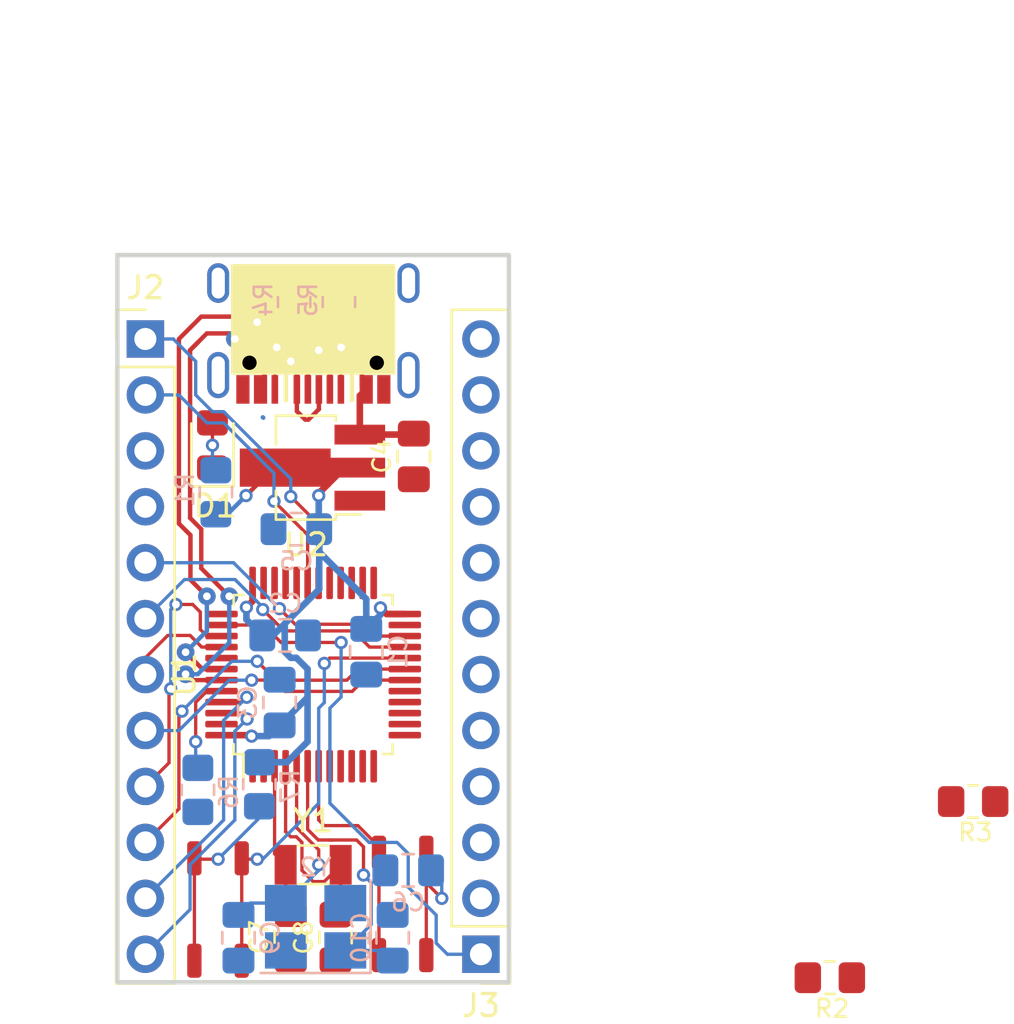
<source format=kicad_pcb>
(kicad_pcb (version 20211014) (generator pcbnew)
  (layers (0 "F.Cu" signal) (31 "B.Cu" signal) (34 "B.Paste" user) (35 "F.Paste" user) (36 "B.SilkS" user "B.Silkscreen") (37 "F.SilkS" user "F.Silkscreen") (38 "B.Mask" user) (39 "F.Mask" user) (44 "Edge.Cuts" user))
  (net 0 "")
  (net 1 "+3V3")
  (net 2 "GND")
  (net 3 "+5V")
  (net 4 "Net-(C6-Pad1)")
  (net 5 "DM")
  (net 6 "DP")
  (net 7 "Net-(J1-Pad5)")
  (net 8 "Net-(J1-Pad6)")
  (net 9 "1{slash}UART_TX")
  (net 10 "0{slash}UART_RX")
  (net 11 "2{slash}I2C_SDA")
  (net 12 "3{slash}I2C_SCL")
  (net 13 "4{slash}A6")
  (net 14 "5")
  (net 15 "6{slash}A7")
  (net 16 "7")
  (net 17 "8{slash}A8")
  (net 18 "9{slash}A9")
  (net 19 "10{slash}A10")
  (net 20 "16{slash}SPI_MOSI")
  (net 21 "14{slash}SPI_MISO")
  (net 22 "15{slash}SPI_SCK")
  (net 23 "18{slash}A0")
  (net 24 "19{slash}A1")
  (net 25 "20{slash}A2")
  (net 26 "21{slash}A3")
  (net 29 "RST")
  (net 30 "Net-(R3-Pad2)")
  (net 31 "Net-(SW2-Pad2)")
  (net 32 "Net-(R6-Pad1)")
  (net 33 "Net-(D1-Pad2)")
  (net 34 "Net-(R7-Pad2)")
  (net 46 "Net-(C7-Pad1)")
  (net 47 "Net-(C8-Pad1)")
  (net 48 "Net-(C9-Pad1)")
  (net 49 "Net-(C10-Pad1)")
  (footprint "$74th:Register_0805_2012" (layer "F.Cu") (at 132.455 132.715)
    (fp_text reference "R2" (at 0 1.5 180) (layer "F.SilkS") (effects (font (size 0.8 0.8) (thickness 0.12))))
    (fp_text value "10k")
    (pad "1" smd roundrect (at -1.1 0.1) (size 1.2 1.4) (layers "F.Cu" "F.Paste" "F.Mask") (roundrect_rratio 0.208333) (net 4 "Net-(C6-Pad1)"))
    (pad "2" smd roundrect (at 0.9 0.1) (size 1.2 1.4) (layers "F.Cu" "F.Paste" "F.Mask") (roundrect_rratio 0.208333) (net 2 "GND"))
  )
  (footprint "$74th:Register_0805_2012" (layer "F.Cu") (at 138.965 124.715)
    (fp_text reference "R3" (at 0 1.5 180) (layer "F.SilkS") (effects (font (size 0.8 0.8) (thickness 0.12))))
    (fp_text value "0")
    (pad "1" smd roundrect (at -1.1 0.1) (size 1.2 1.4) (layers "F.Cu" "F.Paste" "F.Mask") (roundrect_rratio 0.208333) (net 1 "+3V3"))
    (pad "2" smd roundrect (at 0.9 0.1) (size 1.2 1.4) (layers "F.Cu" "F.Paste" "F.Mask") (roundrect_rratio 0.208333) (net 30 "Net-(R3-Pad2)"))
  )
  (footprint "$74th:SKRPABE010" (layer "F.Cu") (at 112.954 129.464 -90)
    (fp_text reference "SW1")
    (fp_text value "SW_Push")
    (pad "1" smd roundrect (at 2.325 -1.075 270) (size 1.55 0.65) (layers "F.Cu" "F.Paste" "F.Mask") (net 4 "Net-(C6-Pad1)"))
    (pad "1" smd roundrect (at -2.325 -1.075 270) (size 1.55 0.65) (layers "F.Cu" "F.Paste" "F.Mask") (net 4 "Net-(C6-Pad1)"))
    (pad "2" smd roundrect (at 2.325 1.075 270) (size 1.55 0.65) (layers "F.Cu" "F.Paste" "F.Mask") (net 29 "RST"))
    (pad "2" smd roundrect (at -2.325 1.075 270) (size 1.55 0.65) (layers "F.Cu" "F.Paste" "F.Mask") (net 29 "RST"))
  )
  (footprint "$74th:SKRPABE010" (layer "F.Cu") (at 104.572 129.718 90)
    (fp_text reference "SW2")
    (fp_text value "SW_Push")
    (pad "1" smd roundrect (at 2.325 -1.075 90) (size 1.55 0.65) (layers "F.Cu" "F.Paste" "F.Mask") (net 34 "Net-(R7-Pad2)"))
    (pad "1" smd roundrect (at -2.325 -1.075 90) (size 1.55 0.65) (layers "F.Cu" "F.Paste" "F.Mask") (net 34 "Net-(R7-Pad2)"))
    (pad "2" smd roundrect (at -2.325 1.075 90) (size 1.55 0.65) (layers "F.Cu" "F.Paste" "F.Mask") (net 31 "Net-(SW2-Pad2)"))
    (pad "2" smd roundrect (at 2.325 1.075 90) (size 1.55 0.65) (layers "F.Cu" "F.Paste" "F.Mask") (net 31 "Net-(SW2-Pad2)"))
  )
  (footprint "$74th:LED_0805_2012Metric_Pad1.15x1.40mm_HandSolder" (layer "F.Cu") (at 104.318 108.645 90)
    (fp_text reference "D1" (at -2.7432 0.127 180) (layer "F.SilkS"))
    (fp_text value "LED")
    (pad "1" smd roundrect (at -1.025 0 90) (size 1.15 1.4) (layers "F.Cu" "F.Paste" "F.Mask") (roundrect_rratio 0.217391) (net 2 "GND"))
    (pad "2" smd roundrect (at 1.025 0 90) (size 1.15 1.4) (layers "F.Cu" "F.Paste" "F.Mask") (roundrect_rratio 0.217391) (net 33 "Net-(D1-Pad2)"))
  )
  (footprint "Connector_PinHeader_2.54mm:PinHeader_1x12_P2.54mm_Vertical" (layer "F.Cu") (at 101.27 103.81)
    (fp_text reference "J2" (at 0 -2.33) (layer "F.SilkS"))
    (fp_text value "ProMicro-LeftPin")
    (pad "1" thru_hole rect (at 0 0) (size 1.7 1.7) (drill 1) (layers *.Cu *.Mask) (net 9 "1{slash}UART_TX"))
    (pad "2" thru_hole oval (at 0 2.54) (size 1.7 1.7) (drill 1) (layers *.Cu *.Mask) (net 10 "0{slash}UART_RX"))
    (pad "3" thru_hole oval (at 0 5.08) (size 1.7 1.7) (drill 1) (layers *.Cu *.Mask) (net 2 "GND"))
    (pad "4" thru_hole oval (at 0 7.62) (size 1.7 1.7) (drill 1) (layers *.Cu *.Mask) (net 2 "GND"))
    (pad "5" thru_hole oval (at 0 10.16) (size 1.7 1.7) (drill 1) (layers *.Cu *.Mask) (net 11 "2{slash}I2C_SDA"))
    (pad "6" thru_hole oval (at 0 12.7) (size 1.7 1.7) (drill 1) (layers *.Cu *.Mask) (net 12 "3{slash}I2C_SCL"))
    (pad "7" thru_hole oval (at 0 15.24) (size 1.7 1.7) (drill 1) (layers *.Cu *.Mask) (net 13 "4{slash}A6"))
    (pad "8" thru_hole oval (at 0 17.78) (size 1.7 1.7) (drill 1) (layers *.Cu *.Mask) (net 14 "5"))
    (pad "9" thru_hole oval (at 0 20.32) (size 1.7 1.7) (drill 1) (layers *.Cu *.Mask) (net 15 "6{slash}A7"))
    (pad "10" thru_hole oval (at 0 22.86) (size 1.7 1.7) (drill 1) (layers *.Cu *.Mask) (net 16 "7"))
    (pad "11" thru_hole oval (at 0 25.4) (size 1.7 1.7) (drill 1) (layers *.Cu *.Mask) (net 17 "8{slash}A8"))
    (pad "12" thru_hole oval (at 0 27.94) (size 1.7 1.7) (drill 1) (layers *.Cu *.Mask) (net 18 "9{slash}A9"))
  )
  (footprint "$74th:Capacitor_0805_2012" (layer "F.Cu") (at 109.906 130.988 -90)
    (fp_text reference "C8" (at 0 1.45 90) (layer "F.SilkS") (effects (font (size 0.8 0.8) (thickness 0.12))))
    (fp_text value "12p")
    (pad "1" smd roundrect (at -1.0375 0 270) (size 1.175 1.45) (layers "F.Cu" "F.Paste" "F.Mask") (roundrect_rratio 0.212766) (net 47 "Net-(C8-Pad1)"))
    (pad "2" smd roundrect (at 1.0375 0 270) (size 1.175 1.45) (layers "F.Cu" "F.Paste" "F.Mask") (roundrect_rratio 0.212766) (net 2 "GND"))
  )
  (footprint "$74th:Capacitor_0805_2012" (layer "F.Cu") (at 107.874 130.9625 -90)
    (fp_text reference "C7" (at 0 1.45 90) (layer "F.SilkS") (effects (font (size 0.8 0.8) (thickness 0.12))))
    (fp_text value "12p")
    (pad "1" smd roundrect (at -1.0375 0 270) (size 1.175 1.45) (layers "F.Cu" "F.Paste" "F.Mask") (roundrect_rratio 0.212766) (net 46 "Net-(C7-Pad1)"))
    (pad "2" smd roundrect (at 1.0375 0 270) (size 1.175 1.45) (layers "F.Cu" "F.Paste" "F.Mask") (roundrect_rratio 0.212766) (net 2 "GND"))
  )
  (footprint "Package_QFP:LQFP-48_7x7mm_P0.5mm" (layer "F.Cu") (at 108.89 119.05 90)
    (fp_text reference "U1" (at 0 -5.85 90) (layer "F.SilkS"))
    (fp_text value "CH32V203CxT6")
    (pad "1" smd roundrect (at -4.1625 -2.75 90) (size 1.475 0.3) (layers "F.Cu" "F.Paste" "F.Mask"))
    (pad "2" smd roundrect (at -4.1625 -2.25 90) (size 1.475 0.3) (layers "F.Cu" "F.Paste" "F.Mask"))
    (pad "3" smd roundrect (at -4.1625 -1.75 90) (size 1.475 0.3) (layers "F.Cu" "F.Paste" "F.Mask") (net 46 "Net-(C7-Pad1)"))
    (pad "4" smd roundrect (at -4.1625 -1.25 90) (size 1.475 0.3) (layers "F.Cu" "F.Paste" "F.Mask") (net 47 "Net-(C8-Pad1)"))
    (pad "5" smd roundrect (at -4.1625 -0.75 90) (size 1.475 0.3) (layers "F.Cu" "F.Paste" "F.Mask") (net 48 "Net-(C9-Pad1)"))
    (pad "6" smd roundrect (at -4.1625 -0.25 90) (size 1.475 0.3) (layers "F.Cu" "F.Paste" "F.Mask") (net 49 "Net-(C10-Pad1)"))
    (pad "7" smd roundrect (at -4.1625 0.25 90) (size 1.475 0.3) (layers "F.Cu" "F.Paste" "F.Mask") (net 29 "RST"))
    (pad "8" smd roundrect (at -4.1625 0.75 90) (size 1.475 0.3) (layers "F.Cu" "F.Paste" "F.Mask") (net 2 "GND"))
    (pad "9" smd roundrect (at -4.1625 1.25 90) (size 1.475 0.3) (layers "F.Cu" "F.Paste" "F.Mask") (net 30 "Net-(R3-Pad2)"))
    (pad "10" smd roundrect (at -4.1625 1.75 90) (size 1.475 0.3) (layers "F.Cu" "F.Paste" "F.Mask") (net 23 "18{slash}A0"))
    (pad "11" smd roundrect (at -4.1625 2.25 90) (size 1.475 0.3) (layers "F.Cu" "F.Paste" "F.Mask") (net 24 "19{slash}A1"))
    (pad "12" smd roundrect (at -4.1625 2.75 90) (size 1.475 0.3) (layers "F.Cu" "F.Paste" "F.Mask") (net 25 "20{slash}A2"))
    (pad "13" smd roundrect (at -2.75 4.1625 90) (size 0.3 1.475) (layers "F.Cu" "F.Paste" "F.Mask") (net 26 "21{slash}A3"))
    (pad "14" smd roundrect (at -2.25 4.1625 90) (size 0.3 1.475) (layers "F.Cu" "F.Paste" "F.Mask"))
    (pad "15" smd roundrect (at -1.75 4.1625 90) (size 0.3 1.475) (layers "F.Cu" "F.Paste" "F.Mask") (net 22 "15{slash}SPI_SCK"))
    (pad "16" smd roundrect (at -1.25 4.1625 90) (size 0.3 1.475) (layers "F.Cu" "F.Paste" "F.Mask") (net 21 "14{slash}SPI_MISO"))
    (pad "17" smd roundrect (at -0.75 4.1625 90) (size 0.3 1.475) (layers "F.Cu" "F.Paste" "F.Mask") (net 20 "16{slash}SPI_MOSI"))
    (pad "18" smd roundrect (at -0.25 4.1625 90) (size 0.3 1.475) (layers "F.Cu" "F.Paste" "F.Mask") (net 14 "5"))
    (pad "19" smd roundrect (at 0.25 4.1625 90) (size 0.3 1.475) (layers "F.Cu" "F.Paste" "F.Mask") (net 16 "7"))
    (pad "20" smd roundrect (at 0.75 4.1625 90) (size 0.3 1.475) (layers "F.Cu" "F.Paste" "F.Mask") (net 31 "Net-(SW2-Pad2)"))
    (pad "21" smd roundrect (at 1.25 4.1625 90) (size 0.3 1.475) (layers "F.Cu" "F.Paste" "F.Mask") (net 12 "3{slash}I2C_SCL"))
    (pad "22" smd roundrect (at 1.75 4.1625 90) (size 0.3 1.475) (layers "F.Cu" "F.Paste" "F.Mask") (net 11 "2{slash}I2C_SDA"))
    (pad "23" smd roundrect (at 2.25 4.1625 90) (size 0.3 1.475) (layers "F.Cu" "F.Paste" "F.Mask") (net 2 "GND"))
    (pad "24" smd roundrect (at 2.75 4.1625 90) (size 0.3 1.475) (layers "F.Cu" "F.Paste" "F.Mask") (net 1 "+3V3"))
    (pad "25" smd roundrect (at 4.1625 2.75 90) (size 1.475 0.3) (layers "F.Cu" "F.Paste" "F.Mask"))
    (pad "26" smd roundrect (at 4.1625 2.25 90) (size 1.475 0.3) (layers "F.Cu" "F.Paste" "F.Mask"))
    (pad "27" smd roundrect (at 4.1625 1.75 90) (size 1.475 0.3) (layers "F.Cu" "F.Paste" "F.Mask"))
    (pad "28" smd roundrect (at 4.1625 1.25 90) (size 1.475 0.3) (layers "F.Cu" "F.Paste" "F.Mask"))
    (pad "29" smd roundrect (at 4.1625 0.75 90) (size 1.475 0.3) (layers "F.Cu" "F.Paste" "F.Mask"))
    (pad "30" smd roundrect (at 4.1625 0.25 90) (size 1.475 0.3) (layers "F.Cu" "F.Paste" "F.Mask") (net 9 "1{slash}UART_TX"))
    (pad "31" smd roundrect (at 4.1625 -0.25 90) (size 1.475 0.3) (layers "F.Cu" "F.Paste" "F.Mask") (net 10 "0{slash}UART_RX"))
    (pad "32" smd roundrect (at 4.1625 -0.75 90) (size 1.475 0.3) (layers "F.Cu" "F.Paste" "F.Mask"))
    (pad "33" smd roundrect (at 4.1625 -1.25 90) (size 1.475 0.3) (layers "F.Cu" "F.Paste" "F.Mask"))
    (pad "34" smd roundrect (at 4.1625 -1.75 90) (size 1.475 0.3) (layers "F.Cu" "F.Paste" "F.Mask"))
    (pad "35" smd roundrect (at 4.1625 -2.25 90) (size 1.475 0.3) (layers "F.Cu" "F.Paste" "F.Mask") (net 2 "GND"))
    (pad "36" smd roundrect (at 4.1625 -2.75 90) (size 1.475 0.3) (layers "F.Cu" "F.Paste" "F.Mask") (net 1 "+3V3"))
    (pad "37" smd roundrect (at 2.75 -4.1625 90) (size 0.3 1.475) (layers "F.Cu" "F.Paste" "F.Mask"))
    (pad "38" smd roundrect (at 2.25 -4.1625 90) (size 0.3 1.475) (layers "F.Cu" "F.Paste" "F.Mask") (net 19 "10{slash}A10"))
    (pad "39" smd roundrect (at 1.75 -4.1625 90) (size 0.3 1.475) (layers "F.Cu" "F.Paste" "F.Mask") (net 15 "6{slash}A7"))
    (pad "40" smd roundrect (at 1.25 -4.1625 90) (size 0.3 1.475) (layers "F.Cu" "F.Paste" "F.Mask") (net 13 "4{slash}A6"))
    (pad "41" smd roundrect (at 0.75 -4.1625 90) (size 0.3 1.475) (layers "F.Cu" "F.Paste" "F.Mask"))
    (pad "42" smd roundrect (at 0.25 -4.1625 90) (size 0.3 1.475) (layers "F.Cu" "F.Paste" "F.Mask") (net 5 "DM"))
    (pad "43" smd roundrect (at -0.25 -4.1625 90) (size 0.3 1.475) (layers "F.Cu" "F.Paste" "F.Mask") (net 6 "DP"))
    (pad "44" smd roundrect (at -0.75 -4.1625 90) (size 0.3 1.475) (layers "F.Cu" "F.Paste" "F.Mask") (net 32 "Net-(R6-Pad1)"))
    (pad "45" smd roundrect (at -1.25 -4.1625 90) (size 0.3 1.475) (layers "F.Cu" "F.Paste" "F.Mask") (net 17 "8{slash}A8"))
    (pad "46" smd roundrect (at -1.75 -4.1625 90) (size 0.3 1.475) (layers "F.Cu" "F.Paste" "F.Mask") (net 18 "9{slash}A9"))
    (pad "47" smd roundrect (at -2.25 -4.1625 90) (size 0.3 1.475) (layers "F.Cu" "F.Paste" "F.Mask") (net 2 "GND"))
    (pad "48" smd roundrect (at -2.75 -4.1625 90) (size 0.3 1.475) (layers "F.Cu" "F.Paste" "F.Mask") (net 1 "+3V3"))
  )
  (footprint "Crystal:Crystal_SMD_3215-2Pin_3.2x1.5mm" (layer "F.Cu") (at 108.89 127.686)
    (fp_text reference "Y1" (at 0 -2) (layer "F.SilkS"))
    (fp_text value "32.768k")
    (pad "1" smd rect (at 1.25 0) (size 1 1.8) (layers "F.Cu" "F.Paste" "F.Mask") (net 47 "Net-(C8-Pad1)"))
    (pad "2" smd rect (at -1.25 0) (size 1 1.8) (layers "F.Cu" "F.Paste" "F.Mask") (net 46 "Net-(C7-Pad1)"))
  )
  (footprint "Package_TO_SOT_SMD:SOT-89-3_Handsoldering" (layer "F.Cu") (at 108.8595 109.652 180)
    (fp_text reference "U2" (at 0.3 -3.5) (layer "F.SilkS"))
    (fp_text value "AMS1117-3.3")
    (pad "1" smd rect locked (at -2.15 -1.5 180) (size 2.3 0.9) (layers "F.Cu" "F.Paste" "F.Mask") (net 2 "GND"))
    (pad "2" smd custom locked (at -2.0625 0 180) (size 2.475 0.9) (layers "F.Cu" "F.Paste" "F.Mask") (net 1 "+3V3") (options (clearance outline) (anchor rect)) (primitives (gr_poly (pts (xy 5.3625 0.8665) (xy 1.2375 0.8665) (xy 1.2375 -0.8665) (xy 5.3625 -0.8665)) (width 0) (fill yes))))
    (pad "3" smd rect locked (at -2.15 1.5 180) (size 2.3 0.9) (layers "F.Cu" "F.Paste" "F.Mask") (net 3 "+5V"))
  )
  (footprint "$74th:USB-C-12-Pin-SMD" (layer "F.Cu") (at 108.89 101.27 180)
    (fp_text reference "J1" hide)
    (fp_text value "USB2.0_C_v3")
    (pad "" thru_hole oval (at 4.31 0) (size 1 1.8) (drill oval 0.6 1.4) (layers *.Cu *.Mask))
    (pad "" np_thru_hole circle (at 2.89 -3.62) (size 0.65 0.65) (drill 0.65) (layers *.Mask))
    (pad "" thru_hole oval (at -4.33 0) (size 1 1.8) (drill oval 0.6 1.4) (layers *.Cu *.Mask))
    (pad "" thru_hole oval (at -4.33 -4.18) (size 1 2.1) (drill oval 0.6 1.7) (layers *.Cu *.Mask))
    (pad "" thru_hole oval (at 4.31 -4.18) (size 1 2.1) (drill oval 0.6 1.7) (layers *.Cu *.Mask))
    (pad "" np_thru_hole circle (at -2.89 -3.62) (size 0.65 0.65) (drill 0.65) (layers *.Mask))
    (pad "1" smd rect (at 2.39 -4.83) (size 0.6 1.3) (layers "F.Cu" "F.Paste" "F.Mask") (net 3 "+5V"))
    (pad "1" smd rect (at -2.41 -4.83) (size 0.6 1.3) (layers "F.Cu" "F.Paste" "F.Mask") (net 3 "+5V"))
    (pad "2" smd rect (at -0.76 -4.83) (size 0.3 1.3) (layers "F.Cu" "F.Paste" "F.Mask") (net 5 "DM"))
    (pad "2" smd rect (at 0.24 -4.83) (size 0.3 1.3) (layers "F.Cu" "F.Paste" "F.Mask") (net 5 "DM"))
    (pad "3" smd rect (at 0.74 -4.83) (size 0.3 1.3) (layers "F.Cu" "F.Paste" "F.Mask") (net 6 "DP"))
    (pad "3" smd rect (at -0.26 -4.83) (size 0.3 1.3) (layers "F.Cu" "F.Paste" "F.Mask") (net 6 "DP"))
    (pad "4" smd rect (at -3.21 -4.83) (size 0.6 1.3) (layers "F.Cu" "F.Paste" "F.Mask") (net 2 "GND"))
    (pad "4" smd rect (at 3.19 -4.83) (size 0.6 1.3) (layers "F.Cu" "F.Paste" "F.Mask") (net 2 "GND"))
    (pad "5" smd rect (at -1.26 -4.83) (size 0.3 1.3) (layers "F.Cu" "F.Paste" "F.Mask") (net 7 "Net-(J1-Pad5)"))
    (pad "6" smd rect (at 1.74 -4.83) (size 0.3 1.3) (layers "F.Cu" "F.Paste" "F.Mask") (net 8 "Net-(J1-Pad6)"))
  )
  (footprint "Connector_PinHeader_2.54mm:PinHeader_1x12_P2.54mm_Vertical" (layer "F.Cu") (at 116.51 131.75 180)
    (fp_text reference "J3" (at 0 -2.33) (layer "F.SilkS"))
    (fp_text value "ProMicro-RightPin")
    (pad "1" thru_hole rect (at 0 0 180) (size 1.7 1.7) (drill 1) (layers *.Cu *.Mask) (net 19 "10{slash}A10"))
    (pad "2" thru_hole oval (at 0 2.54 180) (size 1.7 1.7) (drill 1) (layers *.Cu *.Mask) (net 20 "16{slash}SPI_MOSI"))
    (pad "3" thru_hole oval (at 0 5.08 180) (size 1.7 1.7) (drill 1) (layers *.Cu *.Mask) (net 21 "14{slash}SPI_MISO"))
    (pad "4" thru_hole oval (at 0 7.62 180) (size 1.7 1.7) (drill 1) (layers *.Cu *.Mask) (net 22 "15{slash}SPI_SCK"))
    (pad "5" thru_hole oval (at 0 10.16 180) (size 1.7 1.7) (drill 1) (layers *.Cu *.Mask) (net 23 "18{slash}A0"))
    (pad "6" thru_hole oval (at 0 12.7 180) (size 1.7 1.7) (drill 1) (layers *.Cu *.Mask) (net 24 "19{slash}A1"))
    (pad "7" thru_hole oval (at 0 15.24 180) (size 1.7 1.7) (drill 1) (layers *.Cu *.Mask) (net 25 "20{slash}A2"))
    (pad "8" thru_hole oval (at 0 17.78 180) (size 1.7 1.7) (drill 1) (layers *.Cu *.Mask) (net 26 "21{slash}A3"))
    (pad "9" thru_hole oval (at 0 20.32 180) (size 1.7 1.7) (drill 1) (layers *.Cu *.Mask) (net 1 "+3V3"))
    (pad "10" thru_hole oval (at 0 22.86 180) (size 1.7 1.7) (drill 1) (layers *.Cu *.Mask) (net 29 "RST"))
    (pad "11" thru_hole oval (at 0 25.4 180) (size 1.7 1.7) (drill 1) (layers *.Cu *.Mask) (net 2 "GND"))
    (pad "12" thru_hole oval (at 0 27.94 180) (size 1.7 1.7) (drill 1) (layers *.Cu *.Mask) (net 3 "+5V"))
  )
  (footprint "$74th:Capacitor_0805_2012" (layer "F.Cu") (at 113.462 109.144 -90)
    (fp_text reference "C4" (at 0 1.45 90) (layer "F.SilkS") (effects (font (size 0.8 0.8) (thickness 0.12))))
    (fp_text value "10u")
    (pad "1" smd roundrect (at -1.0375 0 270) (size 1.175 1.45) (layers "F.Cu" "F.Paste" "F.Mask") (roundrect_rratio 0.212766) (net 3 "+5V"))
    (pad "2" smd roundrect (at 1.0375 0 270) (size 1.175 1.45) (layers "F.Cu" "F.Paste" "F.Mask") (roundrect_rratio 0.212766) (net 2 "GND"))
  )
  (footprint "$74th:Capacitor_0805_2012" (layer "B.Cu") (at 112.5 131 90)
    (fp_text reference "C10" (at 0 -1.45 90) (layer "B.SilkS") (effects (font (size 0.8 0.8) (thickness 0.12)) (justify mirror)))
    (fp_text value "22p")
    (pad "1" smd roundrect (at -1.0375 0 90) (size 1.175 1.45) (layers "B.Cu" "B.Paste" "B.Mask") (roundrect_rratio 0.212766) (net 49 "Net-(C10-Pad1)"))
    (pad "2" smd roundrect (at 1.0375 0 90) (size 1.175 1.45) (layers "B.Cu" "B.Paste" "B.Mask") (roundrect_rratio 0.212766) (net 2 "GND"))
  )
  (footprint "$74th:Capacitor_0805_2012" (layer "B.Cu") (at 108.128 112.446 180)
    (fp_text reference "C5" (at 0 -1.45) (layer "B.SilkS") (effects (font (size 0.8 0.8) (thickness 0.12)) (justify mirror)))
    (fp_text value "2.2u")
    (pad "1" smd roundrect (at -1.0375 0 180) (size 1.175 1.45) (layers "B.Cu" "B.Paste" "B.Mask") (roundrect_rratio 0.212766) (net 1 "+3V3"))
    (pad "2" smd roundrect (at 1.0375 0 180) (size 1.175 1.45) (layers "B.Cu" "B.Paste" "B.Mask") (roundrect_rratio 0.212766) (net 2 "GND"))
  )
  (footprint "$74th:Register_0805_2012" (layer "B.Cu") (at 110.16 102.032 90)
    (fp_text reference "R5" (at 0 -1.5 90) (layer "B.SilkS") (effects (font (size 0.8 0.8) (thickness 0.12)) (justify mirror)))
    (fp_text value "5.1k")
    (pad "1" smd roundrect (at -1.1 -0.1 90) (size 1.2 1.4) (layers "B.Cu" "B.Paste" "B.Mask") (roundrect_rratio 0.208333) (net 7 "Net-(J1-Pad5)"))
    (pad "2" smd roundrect (at 0.9 -0.1 90) (size 1.2 1.4) (layers "B.Cu" "B.Paste" "B.Mask") (roundrect_rratio 0.208333) (net 2 "GND"))
  )
  (footprint "$74th:Capacitor_0805_2012" (layer "B.Cu") (at 113.208 127.94 180)
    (fp_text reference "C6" (at 0 -1.45) (layer "B.SilkS") (effects (font (size 0.8 0.8) (thickness 0.12)) (justify mirror)))
    (fp_text value "100n")
    (pad "1" smd roundrect (at -1.0375 0 180) (size 1.175 1.45) (layers "B.Cu" "B.Paste" "B.Mask") (roundrect_rratio 0.212766) (net 4 "Net-(C6-Pad1)"))
    (pad "2" smd roundrect (at 1.0375 0 180) (size 1.175 1.45) (layers "B.Cu" "B.Paste" "B.Mask") (roundrect_rratio 0.212766) (net 2 "GND"))
  )
  (footprint "$74th:Register_0805_2012" (layer "B.Cu") (at 108.128 102.032 90)
    (fp_text reference "R4" (at 0 -1.5 90) (layer "B.SilkS") (effects (font (size 0.8 0.8) (thickness 0.12)) (justify mirror)))
    (fp_text value "5.1k")
    (pad "1" smd roundrect (at -1.1 -0.1 90) (size 1.2 1.4) (layers "B.Cu" "B.Paste" "B.Mask") (roundrect_rratio 0.208333) (net 8 "Net-(J1-Pad6)"))
    (pad "2" smd roundrect (at 0.9 -0.1 90) (size 1.2 1.4) (layers "B.Cu" "B.Paste" "B.Mask") (roundrect_rratio 0.208333) (net 2 "GND"))
  )
  (footprint "$74th:Crystal_SMD_3225-4Pin_3.2x2.5mm_HandSoldering" (layer "B.Cu") (at 109 130.5 180)
    (fp_text reference "Y2" (at 0 2.7) (layer "B.SilkS") (effects (font (size 0.8 0.8) (thickness 0.12)) (justify mirror)))
    (fp_text value "Crystal_GND24")
    (pad "1" smd rect (at -1.35 -1.075 180) (size 1.9 1.65) (layers "B.Cu" "B.Paste" "B.Mask") (net 49 "Net-(C10-Pad1)"))
    (pad "2" smd rect (at 1.35 -1.075 180) (size 1.9 1.65) (layers "B.Cu" "B.Paste" "B.Mask") (net 2 "GND"))
    (pad "3" smd rect (at 1.35 1.075 180) (size 1.9 1.65) (layers "B.Cu" "B.Paste" "B.Mask") (net 48 "Net-(C9-Pad1)"))
    (pad "4" smd rect (at -1.35 1.075 180) (size 1.9 1.65) (layers "B.Cu" "B.Paste" "B.Mask") (net 2 "GND"))
  )
  (footprint "$74th:Register_0805_2012" (layer "B.Cu") (at 104.572 110.668 90)
    (fp_text reference "R1" (at 0 -1.5 90) (layer "B.SilkS") (effects (font (size 0.8 0.8) (thickness 0.12)) (justify mirror)))
    (fp_text value "200")
    (pad "1" smd roundrect (at -1.1 -0.1 90) (size 1.2 1.4) (layers "B.Cu" "B.Paste" "B.Mask") (roundrect_rratio 0.208333) (net 1 "+3V3"))
    (pad "2" smd roundrect (at 0.9 -0.1 90) (size 1.2 1.4) (layers "B.Cu" "B.Paste" "B.Mask") (roundrect_rratio 0.208333) (net 33 "Net-(D1-Pad2)"))
  )
  (footprint "$74th:Capacitor_0805_2012" (layer "B.Cu") (at 105.5 131 -90)
    (fp_text reference "C9" (at 0 -1.45 90) (layer "B.SilkS") (effects (font (size 0.8 0.8) (thickness 0.12)) (justify mirror)))
    (fp_text value "22p")
    (pad "1" smd roundrect (at -1.0375 0 270) (size 1.175 1.45) (layers "B.Cu" "B.Paste" "B.Mask") (roundrect_rratio 0.212766) (net 48 "Net-(C9-Pad1)"))
    (pad "2" smd roundrect (at 1.0375 0 270) (size 1.175 1.45) (layers "B.Cu" "B.Paste" "B.Mask") (roundrect_rratio 0.212766) (net 2 "GND"))
  )
  (footprint "$74th:Register_0805_2012" (layer "B.Cu") (at 106.35 124.13 -90)
    (fp_text reference "R7" (at 0 -1.5 90) (layer "B.SilkS") (effects (font (size 0.8 0.8) (thickness 0.12)) (justify mirror)))
    (fp_text value "10k")
    (pad "1" smd roundrect (at -1.1 -0.1 270) (size 1.2 1.4) (layers "B.Cu" "B.Paste" "B.Mask") (roundrect_rratio 0.208333) (net 1 "+3V3"))
    (pad "2" smd roundrect (at 0.9 -0.1 270) (size 1.2 1.4) (layers "B.Cu" "B.Paste" "B.Mask") (roundrect_rratio 0.208333) (net 34 "Net-(R7-Pad2)"))
  )
  (footprint "$74th:Capacitor_0805_2012" (layer "B.Cu") (at 107.366 120.32 90)
    (fp_text reference "C3" (at 0 -1.45 90) (layer "B.SilkS") (effects (font (size 0.8 0.8) (thickness 0.12)) (justify mirror)))
    (fp_text value "100n")
    (pad "1" smd roundrect (at -1.0375 0 90) (size 1.175 1.45) (layers "B.Cu" "B.Paste" "B.Mask") (roundrect_rratio 0.212766) (net 1 "+3V3"))
    (pad "2" smd roundrect (at 1.0375 0 90) (size 1.175 1.45) (layers "B.Cu" "B.Paste" "B.Mask") (roundrect_rratio 0.212766) (net 2 "GND"))
  )
  (footprint "$74th:Capacitor_0805_2012" (layer "B.Cu") (at 107.62 117.272)
    (fp_text reference "C2" (at 0 -1.45) (layer "B.SilkS") (effects (font (size 0.8 0.8) (thickness 0.12)) (justify mirror)))
    (fp_text value "100n")
    (pad "1" smd roundrect (at -1.0375 0) (size 1.175 1.45) (layers "B.Cu" "B.Paste" "B.Mask") (roundrect_rratio 0.212766) (net 1 "+3V3"))
    (pad "2" smd roundrect (at 1.0375 0) (size 1.175 1.45) (layers "B.Cu" "B.Paste" "B.Mask") (roundrect_rratio 0.212766) (net 2 "GND"))
  )
  (footprint "$74th:Register_0805_2012" (layer "B.Cu") (at 103.556 124.384 -90)
    (fp_text reference "R6" (at 0 -1.5 90) (layer "B.SilkS") (effects (font (size 0.8 0.8) (thickness 0.12)) (justify mirror)))
    (fp_text value "10k")
    (pad "1" smd roundrect (at -1.1 -0.1 270) (size 1.2 1.4) (layers "B.Cu" "B.Paste" "B.Mask") (roundrect_rratio 0.208333) (net 32 "Net-(R6-Pad1)"))
    (pad "2" smd roundrect (at 0.9 -0.1 270) (size 1.2 1.4) (layers "B.Cu" "B.Paste" "B.Mask") (roundrect_rratio 0.208333) (net 2 "GND"))
  )
  (footprint "$74th:Capacitor_0805_2012" (layer "B.Cu") (at 111.303 118.0125 -90)
    (fp_text reference "C1" (at 0 -1.45 90) (layer "B.SilkS") (effects (font (size 0.8 0.8) (thickness 0.12)) (justify mirror)))
    (fp_text value "100n")
    (pad "1" smd roundrect (at -1.0375 0 270) (size 1.175 1.45) (layers "B.Cu" "B.Paste" "B.Mask") (roundrect_rratio 0.212766) (net 1 "+3V3"))
    (pad "2" smd roundrect (at 1.0375 0 270) (size 1.175 1.45) (layers "B.Cu" "B.Paste" "B.Mask") (roundrect_rratio 0.212766) (net 2 "GND"))
  )
  (gr_rect (start 100 100) (end 117.78 133.02) (layer "Edge.Cuts") (width 0.2) (fill none))
  (segment (start 104.7275 121.8) (end 106.052 121.8) (width 0.3) (layer "F.Cu") (net 1))
  (segment (start 106.14 115.713307) (end 106.14 114.8875) (width 0.3) (layer "F.Cu") (net 1))
  (segment (start 105.86037 115.992937) (end 106.14 115.713307) (width 0.3) (layer "F.Cu") (net 1))
  (segment (start 107.112 109.652) (end 110.922 109.652) (width 0.2) (layer "F.Cu") (net 1))
  (segment (start 112.226693 116.3) (end 111.947063 116.02037) (width 0.3) (layer "F.Cu") (net 1))
  (segment (start 109.144 110.922) (end 109.144 110.818478) (width 0.3) (layer "F.Cu") (net 1))
  (segment (start 106.052 121.8) (end 106.096 121.844) (width 0.3) (layer "F.Cu") (net 1))
  (segment (start 110.922 109.652) (end 109.906 109.652) (width 0.3) (layer "F.Cu") (net 1))
  (segment (start 109.144 110.818478) (end 110.310478 109.652) (width 0.3) (layer "F.Cu") (net 1))
  (segment (start 105.842 110.922) (end 107.112 109.652) (width 0.2) (layer "F.Cu") (net 1))
  (segment (start 110.310478 109.652) (end 110.922 109.652) (width 0.3) (layer "F.Cu") (net 1))
  (segment (start 113.0525 116.3) (end 112.226693 116.3) (width 0.3) (layer "F.Cu") (net 1))
  (via (at 109.144 110.922) (size 0.6) (drill 0.35) (layers "F.Cu" "B.Cu") (net 1))
  (via (at 105.86037 115.992937) (size 0.6) (drill 0.35) (layers "F.Cu" "B.Cu") (net 1))
  (via (at 106.096 121.844) (size 0.6) (drill 0.35) (layers "F.Cu" "B.Cu") (net 1))
  (via (at 105.842 110.922) (size 0.6) (drill 0.35) (layers "F.Cu" "B.Cu") (net 1))
  (via (at 111.947063 116.02037) (size 0.6) (drill 0.35) (layers "F.Cu" "B.Cu") (net 1))
  (segment (start 108.636 120.0875) (end 108.636 118.796) (width 0.3) (layer "B.Cu") (net 1))
  (segment (start 109.1655 113.4835) (end 111.303 115.621) (width 0.3) (layer "B.Cu") (net 1))
  (segment (start 105.86037 116.54987) (end 106.5825 117.272) (width 0.3) (layer "B.Cu") (net 1))
  (segment (start 106.8795 121.844) (end 107.366 121.3575) (width 0.3) (layer "B.Cu") (net 1))
  (segment (start 108.636 120.0875) (end 108.636 122.098) (width 0.3) (layer "B.Cu") (net 1))
  (segment (start 108.636 118.796) (end 108.128 118.288) (width 0.3) (layer "B.Cu") (net 1))
  (segment (start 109.144 110.922) (end 109.144 112.1705) (width 0.3) (layer "B.Cu") (net 1))
  (segment (start 107.366 121.3575) (end 107.366 121.082) (width 0.3) (layer "B.Cu") (net 1))
  (segment (start 107.597931 118.011931) (end 107.597931 116.741931) (width 0.3) (layer "B.Cu") (net 1))
  (segment (start 106.096 121.844) (end 106.8795 121.844) (width 0.3) (layer "B.Cu") (net 1))
  (segment (start 108.128 118.288) (end 107.874 118.288) (width 0.3) (layer "B.Cu") (net 1))
  (segment (start 107.366 121.3575) (end 108.636 120.0875) (width 0.3) (layer "B.Cu") (net 1))
  (segment (start 108.636 122.098) (end 107.704 123.03) (width 0.3) (layer "B.Cu") (net 1))
  (segment (start 109.1655 112.446) (end 109.1655 113.4835) (width 0.3) (layer "B.Cu") (net 1))
  (segment (start 104.996 111.768) (end 105.842 110.922) (width 0.2) (layer "B.Cu") (net 1))
  (segment (start 105.86037 115.992937) (end 105.86037 116.54987) (width 0.3) (layer "B.Cu") (net 1))
  (segment (start 111.947063 116.02037) (end 111.947063 116.330937) (width 0.3) (layer "B.Cu") (net 1))
  (segment (start 107.874 118.288) (end 107.597931 118.011931) (width 0.3) (layer "B.Cu") (net 1))
  (segment (start 109.1655 112.446) (end 109.1655 115.174362) (width 0.3) (layer "B.Cu") (net 1))
  (segment (start 111.303 115.621) (end 111.303 116.975) (width 0.3) (layer "B.Cu") (net 1))
  (segment (start 111.947063 116.330937) (end 111.303 116.975) (width 0.3) (layer "B.Cu") (net 1))
  (segment (start 109.1655 115.174362) (end 107.597931 116.741931) (width 0.3) (layer "B.Cu") (net 1))
  (segment (start 104.472 111.768) (end 104.996 111.768) (width 0.2) (layer "B.Cu") (net 1))
  (segment (start 107.597931 116.741931) (end 107.067862 117.272) (width 0.3) (layer "B.Cu") (net 1))
  (segment (start 107.067862 117.272) (end 106.5825 117.272) (width 0.3) (layer "B.Cu") (net 1))
  (segment (start 107.704 123.03) (end 106.45 123.03) (width 0.3) (layer "B.Cu") (net 1))
  (segment (start 111.3 106.1) (end 111.105479 105.905479) (width 0.2) (layer "F.Cu") (net 3))
  (segment (start 111.0095 108.152) (end 113.4165 108.152) (width 0.3) (layer "F.Cu") (net 3))
  (segment (start 106.674521 103.978352) (end 106.674521 105.925479) (width 0.2) (layer "F.Cu") (net 3))
  (segment (start 113.4165 108.152) (end 113.462 108.1065) (width 0.3) (layer "F.Cu") (net 3))
  (segment (start 110.287 103.302) (end 107.350873 103.302) (width 0.2) (layer "F.Cu") (net 3))
  (segment (start 106.5 106.1) (end 106.689489 105.910511) (width 0.2) (layer "F.Cu") (net 3))
  (segment (start 111.105479 104.120479) (end 110.287 103.302) (width 0.2) (layer "F.Cu") (net 3))
  (segment (start 111.105479 105.905479) (end 111.105479 104.120479) (width 0.2) (layer "F.Cu") (net 3))
  (segment (start 111.0095 108.152) (end 111.0095 106.3905) (width 0.3) (layer "F.Cu") (net 3))
  (segment (start 107.350873 103.302) (end 106.674521 103.978352) (width 0.2) (layer "F.Cu") (net 3))
  (segment (start 111.0095 106.3905) (end 111.3 106.1) (width 0.3) (layer "F.Cu") (net 3))
  (segment (start 106.6255 107.3875) (end 106.604 107.366) (width 0.2) (layer "B.Cu") (net 3))
  (segment (start 114.029 127.139) (end 114.029 128.507) (width 0.15) (layer "F.Cu") (net 4))
  (segment (start 114.029 128.507) (end 114.732 129.21) (width 0.15) (layer "F.Cu") (net 4))
  (segment (start 114.029 131.789) (end 114.029 127.139) (width 0.15) (layer "F.Cu") (net 4))
  (via (at 114.732 129.21) (size 0.6) (drill 0.35) (layers "F.Cu" "B.Cu") (net 4))
  (segment (start 114.732 129.21) (end 114.732 128.4265) (width 0.15) (layer "B.Cu") (net 4))
  (segment (start 114.732 128.4265) (end 114.2455 127.94) (width 0.15) (layer "B.Cu") (net 4))
  (segment (start 103.31848 114.74848) (end 104.064 115.494) (width 0.2) (layer "F.Cu") (net 5))
  (segment (start 108.65 105.200978) (end 108.65 106.1) (width 0.2) (layer "F.Cu") (net 5))
  (segment (start 109.65 105.200978) (end 109.529022 105.08) (width 0.2) (layer "F.Cu") (net 5))
  (segment (start 102.794 112.192) (end 103.31848 112.71648) (width 0.2) (layer "F.Cu") (net 5))
  (segment (start 108.770978 105.08) (end 108.65 105.200978) (width 0.2) (layer "F.Cu") (net 5))
  (segment (start 106.096 102.794) (end 103.81 102.794) (width 0.2) (layer "F.Cu") (net 5))
  (segment (start 106.35 103.048) (end 106.096 102.794) (width 0.2) (layer "F.Cu") (net 5))
  (segment (start 102.794 103.81) (end 102.794 112.192) (width 0.2) (layer "F.Cu") (net 5))
  (segment (start 109.144 104.318) (end 109.65 104.824) (width 0.2) (layer "F.Cu") (net 5))
  (segment (start 103.863622 118.8) (end 104.7275 118.8) (width 0.2) (layer "F.Cu") (net 5))
  (segment (start 109.65 104.824) (end 109.65 106.1) (width 0.2) (layer "F.Cu") (net 5))
  (segment (start 109.65 106.1) (end 109.65 105.200978) (width 0.2) (layer "F.Cu") (net 5))
  (segment (start 109.529022 105.08) (end 108.770978 105.08) (width 0.2) (layer "F.Cu") (net 5))
  (segment (start 103.81 102.794) (end 102.794 103.81) (width 0.2) (layer "F.Cu") (net 5))
  (segment (start 103.097622 118.034) (end 103.863622 118.8) (width 0.2) (layer "F.Cu") (net 5))
  (segment (start 103.31848 112.71648) (end 103.31848 114.74848) (width 0.2) (layer "F.Cu") (net 5))
  (via (at 103.097622 118.034) (size 0.8) (drill 0.35) (layers "F.Cu" "B.Cu") (net 5))
  (via (at 106.35 103.048) (size 0.8) (drill 0.35) (layers "F.Cu" "B.Cu") (net 5))
  (via (at 104.064 115.494) (size 0.8) (drill 0.35) (layers "F.Cu" "B.Cu") (net 5))
  (via (at 109.144 104.318) (size 0.8) (drill 0.35) (layers "F.Cu" "B.Cu") (net 5))
  (segment (start 104.064 117.067622) (end 104.064 115.494) (width 0.2) (layer "B.Cu") (net 5))
  (segment (start 107.366 102.032) (end 108.636 102.032) (width 0.2) (layer "B.Cu") (net 5))
  (segment (start 109.06048 102.45648) (end 109.06048 104.23448) (width 0.2) (layer "B.Cu") (net 5))
  (segment (start 103.097622 118.034) (end 104.064 117.067622) (width 0.2) (layer "B.Cu") (net 5))
  (segment (start 108.636 102.032) (end 109.06048 102.45648) (width 0.2) (layer "B.Cu") (net 5))
  (segment (start 106.35 103.048) (end 107.366 102.032) (width 0.2) (layer "B.Cu") (net 5))
  (segment (start 109.06048 104.23448) (end 109.144 104.318) (width 0.2) (layer "B.Cu") (net 5))
  (segment (start 103.097622 119.033503) (end 103.364119 119.3) (width 0.2) (layer "F.Cu") (net 6))
  (segment (start 108.15 105.102) (end 107.875044 104.827044) (width 0.2) (layer "F.Cu") (net 6))
  (segment (start 105.08 115.494) (end 103.81 114.224) (width 0.2) (layer "F.Cu") (net 6))
  (segment (start 108.531 107.471) (end 108.678022 107.471) (width 0.2) (layer "F.Cu") (net 6))
  (segment (start 108.15 107.09) (end 108.531 107.471) (width 0.2) (layer "F.Cu") (net 6))
  (segment (start 104.064 103.556) (end 105.08 103.556) (width 0.2) (layer "F.Cu") (net 6))
  (segment (start 103.364119 119.3) (end 104.7275 119.3) (width 0.2) (layer "F.Cu") (net 6))
  (segment (start 108.15 106.1) (end 108.15 105.102) (width 0.2) (layer "F.Cu") (net 6))
  (segment (start 103.302 104.318) (end 103.556 104.064) (width 0.2) (layer "F.Cu") (net 6))
  (segment (start 103.81 112.954) (end 103.81 112.446) (width 0.2) (layer "F.Cu") (net 6))
  (segment (start 108.678022 107.471) (end 109.15 106.999022) (width 0.2) (layer "F.Cu") (net 6))
  (segment (start 103.556 104.064) (end 103.66448 103.95552) (width 0.2) (layer "F.Cu") (net 6))
  (segment (start 108.15 107.09) (end 108.15 106.1) (width 0.2) (layer "F.Cu") (net 6))
  (segment (start 103.302 104.318) (end 104.064 103.556) (width 0.2) (layer "F.Cu") (net 6))
  (segment (start 109.15 106.999022) (end 109.15 106.1) (width 0.2) (layer "F.Cu") (net 6))
  (segment (start 103.302 111.938) (end 103.302 104.318) (width 0.2) (layer "F.Cu") (net 6))
  (segment (start 103.81 112.446) (end 103.302 111.938) (width 0.2) (layer "F.Cu") (net 6))
  (segment (start 105.08 103.556) (end 105.334 103.81) (width 0.2) (layer "F.Cu") (net 6))
  (segment (start 103.81 114.224) (end 103.81 112.954) (width 0.2) (layer "F.Cu") (net 6))
  (via (at 107.875044 104.827044) (size 0.8) (drill 0.35) (layers "F.Cu" "B.Cu") (net 6))
  (via (at 103.097622 119.033503) (size 0.8) (drill 0.35) (layers "F.Cu" "B.Cu") (net 6))
  (via (at 105.08 115.494) (size 0.8) (drill 0.35) (layers "F.Cu" "B.Cu") (net 6))
  (via (at 105.334 103.81) (size 0.8) (drill 0.35) (layers "F.Cu" "B.Cu") (net 6))
  (segment (start 103.097622 119.033503) (end 103.647043 119.033503) (width 0.2) (layer "B.Cu") (net 6))
  (segment (start 103.647043 119.033503) (end 105.08 117.600546) (width 0.2) (layer "B.Cu") (net 6))
  (segment (start 105.873918 103.81) (end 106.890962 104.827044) (width 0.2) (layer "B.Cu") (net 6))
  (segment (start 106.890962 104.827044) (end 107.875044 104.827044) (width 0.2) (layer "B.Cu") (net 6))
  (segment (start 105.08 117.600546) (end 105.08 115.494) (width 0.2) (layer "B.Cu") (net 6))
  (segment (start 105.334 103.81) (end 105.873918 103.81) (width 0.2) (layer "B.Cu") (net 6))
  (segment (start 110.15 104.201) (end 110.16 104.191) (width 0.15) (layer "F.Cu") (net 7))
  (segment (start 110.15 106.1) (end 110.15 104.201) (width 0.15) (layer "F.Cu") (net 7))
  (via (at 110.16 104.191) (size 0.6) (drill 0.35) (layers "F.Cu" "B.Cu") (net 7))
  (segment (start 110.16 103.232) (end 110.06 103.132) (width 0.15) (layer "B.Cu") (net 7))
  (segment (start 110.16 104.191) (end 110.16 103.232) (width 0.15) (layer "B.Cu") (net 7))
  (segment (start 107.15 106.1) (end 107.15 104.28) (width 0.15) (layer "F.Cu") (net 8))
  (segment (start 107.15 104.28) (end 107.239 104.191) (width 0.15) (layer "F.Cu") (net 8))
  (via (at 107.239 104.191) (size 0.6) (drill 0.35) (layers "F.Cu" "B.Cu") (net 8))
  (segment (start 107.239 104.191) (end 107.239 103.921) (width 0.15) (layer "B.Cu") (net 8))
  (segment (start 107.239 103.921) (end 108.028 103.132) (width 0.15) (layer "B.Cu") (net 8))
  (segment (start 109.14 114.8875) (end 109.14 112.234) (width 0.15) (layer "F.Cu") (net 9))
  (segment (start 109.14 112.234) (end 107.874 110.968) (width 0.15) (layer "F.Cu") (net 9))
  (via (at 107.874 110.968) (size 0.6) (drill 0.35) (layers "F.Cu" "B.Cu") (net 9))
  (segment (start 107.874 110.968) (end 107.874 110.16) (width 0.15) (layer "B.Cu") (net 9))
  (segment (start 107.874 110.16) (end 104.826 107.112) (width 0.15) (layer "B.Cu") (net 9))
  (segment (start 104.826 107.112) (end 104.318 107.112) (width 0.15) (layer "B.Cu") (net 9))
  (segment (start 103.556 104.826) (end 102.54 103.81) (width 0.15) (layer "B.Cu") (net 9))
  (segment (start 104.318 107.112) (end 103.556 106.35) (width 0.15) (layer "B.Cu") (net 9))
  (segment (start 102.54 103.81) (end 101.27 103.81) (width 0.15) (layer "B.Cu") (net 9))
  (segment (start 103.556 106.35) (end 103.556 104.826) (width 0.15) (layer "B.Cu") (net 9))
  (segment (start 108.64 114.8875) (end 108.64 112.704) (width 0.15) (layer "F.Cu") (net 10))
  (segment (start 108.64 112.704) (end 107.112 111.176) (width 0.15) (layer "F.Cu") (net 10))
  (via (at 107.112 111.176) (size 0.6) (drill 0.35) (layers "F.Cu" "B.Cu") (net 10))
  (segment (start 104.826 107.62) (end 104.064 107.62) (width 0.15) (layer "B.Cu") (net 10))
  (segment (start 104.064 107.62) (end 102.794 106.35) (width 0.15) (layer "B.Cu") (net 10))
  (segment (start 107.112 111.176) (end 107.112 109.906) (width 0.15) (layer "B.Cu") (net 10))
  (segment (start 107.112 109.906) (end 104.826 107.62) (width 0.15) (layer "B.Cu") (net 10))
  (segment (start 102.794 106.35) (end 101.27 106.35) (width 0.15) (layer "B.Cu") (net 10))
  (segment (start 111.656 117.3) (end 113.0525 117.3) (width 0.15) (layer "F.Cu") (net 11))
  (segment (start 111.12 116.764) (end 111.656 117.3) (width 0.15) (layer "F.Cu") (net 11))
  (segment (start 108.070648 116.764) (end 111.12 116.764) (width 0.15) (layer "F.Cu") (net 11))
  (segment (start 107.36055 116.053901) (end 108.070648 116.764) (width 0.15) (layer "F.Cu") (net 11))
  (via (at 107.36055 116.053901) (size 0.6) (drill 0.35) (layers "F.Cu" "B.Cu") (net 11))
  (segment (start 105.276649 113.97) (end 101.27 113.97) (width 0.15) (layer "B.Cu") (net 11))
  (segment (start 107.36055 116.053901) (end 105.276649 113.97) (width 0.15) (layer "B.Cu") (net 11))
  (segment (start 113.0525 117.8) (end 111.45 117.8) (width 0.15) (layer "F.Cu") (net 12))
  (segment (start 107.571521 117.066479) (end 110.716479 117.066479) (width 0.15) (layer "F.Cu") (net 12))
  (segment (start 110.716479 117.066479) (end 111.45 117.8) (width 0.15) (layer "F.Cu") (net 12))
  (segment (start 107.571521 117.066479) (end 106.602543 116.0975) (width 0.15) (layer "F.Cu") (net 12))
  (via (at 106.602543 116.0975) (size 0.6) (drill 0.35) (layers "F.Cu" "B.Cu") (net 12))
  (segment (start 101.27 116.51) (end 103.048 114.732) (width 0.15) (layer "B.Cu") (net 12))
  (segment (start 106.602543 115.993338) (end 106.602543 116.0975) (width 0.15) (layer "B.Cu") (net 12))
  (segment (start 103.048 114.732) (end 105.341205 114.732) (width 0.15) (layer "B.Cu") (net 12))
  (segment (start 105.341205 114.732) (end 106.602543 115.993338) (width 0.15) (layer "B.Cu") (net 12))
  (segment (start 103.302 117.272) (end 102.286 117.272) (width 0.15) (layer "F.Cu") (net 13))
  (segment (start 102.286 117.272) (end 101.27 118.288) (width 0.15) (layer "F.Cu") (net 13))
  (segment (start 104.7275 117.8) (end 103.83 117.8) (width 0.15) (layer "F.Cu") (net 13))
  (segment (start 101.27 118.288) (end 101.27 119.05) (width 0.15) (layer "F.Cu") (net 13))
  (segment (start 103.83 117.8) (end 103.302 117.272) (width 0.15) (layer "F.Cu") (net 13))
  (segment (start 106.1 119.3) (end 107.108 119.3) (width 0.15) (layer "F.Cu") (net 14))
  (segment (start 107.108 119.3) (end 107.62 119.812) (width 0.15) (layer "F.Cu") (net 14))
  (segment (start 111.172 119.3) (end 113.0525 119.3) (width 0.15) (layer "F.Cu") (net 14))
  (segment (start 107.62 119.812) (end 110.668 119.812) (width 0.15) (layer "F.Cu") (net 14))
  (segment (start 106.096 119.304) (end 106.1 119.3) (width 0.15) (layer "F.Cu") (net 14))
  (segment (start 111.176 119.304) (end 111.172 119.3) (width 0.15) (layer "F.Cu") (net 14))
  (segment (start 110.668 119.812) (end 111.176 119.304) (width 0.15) (layer "F.Cu") (net 14))
  (via (at 106.096 119.304) (size 0.6) (drill 0.35) (layers "F.Cu" "B.Cu") (net 14))
  (segment (start 102.794 121.59) (end 105.08 119.304) (width 0.15) (layer "B.Cu") (net 14))
  (segment (start 105.08 119.304) (end 106.096 119.304) (width 0.15) (layer "B.Cu") (net 14))
  (segment (start 101.27 121.59) (end 102.794 121.59) (width 0.15) (layer "B.Cu") (net 14))
  (segment (start 102.423122 119.695122) (end 102.344511 119.773733) (width 0.15) (layer "F.Cu") (net 15))
  (segment (start 102.344511 119.773733) (end 102.344511 123.055489) (width 0.15) (layer "F.Cu") (net 15))
  (segment (start 102.344511 123.055489) (end 101.27 124.13) (width 0.15) (layer "F.Cu") (net 15))
  (segment (start 103.76548 116.999065) (end 104.066415 117.3) (width 0.15) (layer "F.Cu") (net 15))
  (segment (start 104.066415 117.3) (end 104.7275 117.3) (width 0.15) (layer "F.Cu") (net 15))
  (segment (start 103.418878 115.864878) (end 103.76548 116.21148) (width 0.15) (layer "F.Cu") (net 15))
  (segment (start 103.76548 116.21148) (end 103.76548 116.999065) (width 0.15) (layer "F.Cu") (net 15))
  (segment (start 102.656878 115.864878) (end 103.418878 115.864878) (width 0.15) (layer "F.Cu") (net 15))
  (via (at 102.656878 115.864878) (size 0.6) (drill 0.35) (layers "F.Cu" "B.Cu") (net 15))
  (via (at 102.423122 119.695122) (size 0.6) (drill 0.35) (layers "F.Cu" "B.Cu") (net 15))
  (segment (start 102.656878 115.864878) (end 102.423122 116.098634) (width 0.15) (layer "B.Cu") (net 15))
  (segment (start 102.423122 116.098634) (end 102.423122 119.695122) (width 0.15) (layer "B.Cu") (net 15))
  (segment (start 110.422 119.304) (end 110.926 118.8) (width 0.15) (layer "F.Cu") (net 16))
  (segment (start 107.37 118.8) (end 107.37 119.138414) (width 0.15) (layer "F.Cu") (net 16))
  (segment (start 107.37 119.138414) (end 107.535586 119.304) (width 0.15) (layer "F.Cu") (net 16))
  (segment (start 106.7035 118.8) (end 107.37 118.8) (width 0.15) (layer "F.Cu") (net 16))
  (segment (start 106.35 118.4465) (end 106.7035 118.8) (width 0.15) (layer "F.Cu") (net 16))
  (segment (start 102.794 120.848244) (end 102.931122 120.711122) (width 0.15) (layer "F.Cu") (net 16))
  (segment (start 101.27 126.67) (end 102.794 125.146) (width 0.15) (layer "F.Cu") (net 16))
  (segment (start 107.535586 119.304) (end 110.422 119.304) (width 0.15) (layer "F.Cu") (net 16))
  (segment (start 110.926 118.8) (end 113.0525 118.8) (width 0.15) (layer "F.Cu") (net 16))
  (segment (start 102.794 125.146) (end 102.794 120.848244) (width 0.15) (layer "F.Cu") (net 16))
  (via (at 106.35 118.4465) (size 0.6) (drill 0.35) (layers "F.Cu" "B.Cu") (net 16))
  (via (at 102.931122 120.711122) (size 0.6) (drill 0.35) (layers "F.Cu" "B.Cu") (net 16))
  (segment (start 102.931122 120.711122) (end 105.195744 118.4465) (width 0.15) (layer "B.Cu") (net 16))
  (segment (start 105.195744 118.4465) (end 106.35 118.4465) (width 0.15) (layer "B.Cu") (net 16))
  (segment (start 104.7275 120.3) (end 105.652293 120.3) (width 0.15) (layer "F.Cu") (net 17))
  (segment (start 105.652293 120.3) (end 105.873136 120.079157) (width 0.15) (layer "F.Cu") (net 17))
  (via (at 105.873136 120.079157) (size 0.6) (drill 0.35) (layers "F.Cu" "B.Cu") (net 17))
  (segment (start 104.826 121.126293) (end 105.873136 120.079157) (width 0.15) (layer "B.Cu") (net 17))
  (segment (start 104.826 125.654) (end 104.826 121.126293) (width 0.15) (layer "B.Cu") (net 17))
  (segment (start 101.27 129.21) (end 104.826 125.654) (width 0.15) (layer "B.Cu") (net 17))
  (segment (start 105.623279 120.8) (end 104.7275 120.8) (width 0.15) (layer "F.Cu") (net 18))
  (segment (start 105.890071 121.066792) (end 105.623279 120.8) (width 0.15) (layer "F.Cu") (net 18))
  (via (at 105.890071 121.066792) (size 0.6) (drill 0.35) (layers "F.Cu" "B.Cu") (net 18))
  (segment (start 105.334 125.654) (end 105.334 121.622863) (width 0.15) (layer "B.Cu") (net 18))
  (segment (start 103.302 129.718) (end 103.302 127.686) (width 0.15) (layer "B.Cu") (net 18))
  (segment (start 105.334 121.622863) (end 105.890071 121.066792) (width 0.15) (layer "B.Cu") (net 18))
  (segment (start 101.27 131.75) (end 103.302 129.718) (width 0.15) (layer "B.Cu") (net 18))
  (segment (start 103.302 127.686) (end 105.334 125.654) (width 0.15) (layer "B.Cu") (net 18))
  (segment (start 110.16 117.590979) (end 107.430979 117.590979) (width 0.15) (layer "F.Cu") (net 19))
  (segment (start 106.64 116.8) (end 104.7275 116.8) (width 0.15) (layer "F.Cu") (net 19))
  (segment (start 107.430979 117.590979) (end 106.64 116.8) (width 0.15) (layer "F.Cu") (net 19))
  (via (at 110.16 117.590979) (size 0.6) (drill 0.35) (layers "F.Cu" "B.Cu") (net 19))
  (segment (start 113.208 127.178) (end 113.208 128.702) (width 0.15) (layer "B.Cu") (net 19))
  (segment (start 109.652 124.892) (end 111.43 126.67) (width 0.15) (layer "B.Cu") (net 19))
  (segment (start 113.208 128.702) (end 114.478 129.972) (width 0.15) (layer "B.Cu") (net 19))
  (segment (start 110.16 117.590979) (end 110.16 120.066) (width 0.15) (layer "B.Cu") (net 19))
  (segment (start 109.652 120.574) (end 109.652 124.892) (width 0.15) (layer "B.Cu") (net 19))
  (segment (start 114.478 129.972) (end 114.478 131.242) (width 0.15) (layer "B.Cu") (net 19))
  (segment (start 111.43 126.67) (end 112.7 126.67) (width 0.15) (layer "B.Cu") (net 19))
  (segment (start 114.478 131.242) (end 114.986 131.75) (width 0.15) (layer "B.Cu") (net 19))
  (segment (start 114.986 131.75) (end 116.51 131.75) (width 0.15) (layer "B.Cu") (net 19))
  (segment (start 112.7 126.67) (end 113.208 127.178) (width 0.15) (layer "B.Cu") (net 19))
  (segment (start 110.16 120.066) (end 109.652 120.574) (width 0.15) (layer "B.Cu") (net 19))
  (segment (start 110.922 125.908) (end 109.398 125.908) (width 0.15) (layer "F.Cu") (net 29))
  (segment (start 109.14 125.65) (end 109.398 125.908) (width 0.15) (layer "F.Cu") (net 29))
  (segment (start 111.879 127.139) (end 111.879 126.983) (width 0.15) (layer "F.Cu") (net 29))
  (segment (start 109.14 123.2125) (end 109.14 125.65) (width 0.15) (layer "F.Cu") (net 29))
  (segment (start 111.938 126.924) (end 110.922 125.908) (width 0.15) (layer "F.Cu") (net 29))
  (segment (start 111.879 131.789) (end 111.879 127.139) (width 0.15) (layer "F.Cu") (net 29))
  (segment (start 111.879 126.983) (end 111.938 126.924) (width 0.15) (layer "F.Cu") (net 29))
  (segment (start 106.35 127.432) (end 105.686 127.432) (width 0.15) (layer "F.Cu") (net 31))
  (segment (start 105.686 127.432) (end 105.647 127.393) (width 0.15) (layer "F.Cu") (net 31))
  (segment (start 113.0525 118.3) (end 109.64 118.3) (width 0.15) (layer "F.Cu") (net 31))
  (segment (start 105.647 127.393) (end 105.647 132.043) (width 0.15) (layer "F.Cu") (net 31))
  (segment (start 109.64 118.3) (end 109.398 118.542) (width 0.15) (layer "F.Cu") (net 31))
  (via (at 106.35 127.432) (size 0.6) (drill 0.35) (layers "F.Cu" "B.Cu") (net 31))
  (via (at 109.398 118.542) (size 0.6) (drill 0.35) (layers "F.Cu" "B.Cu") (net 31))
  (segment (start 106.604 127.432) (end 106.35 127.432) (width 0.15) (layer "B.Cu") (net 31))
  (segment (start 109.398 120.32) (end 109.144 120.574) (width 0.15) (layer "B.Cu") (net 31))
  (segment (start 109.398 118.542) (end 109.398 120.32) (width 0.15) (layer "B.Cu") (net 31))
  (segment (start 109.144 124.892) (end 106.604 127.432) (width 0.15) (layer "B.Cu") (net 31))
  (segment (start 109.144 120.574) (end 109.144 124.892) (width 0.15) (layer "B.Cu") (net 31))
  (segment (start 103.556 120.310415) (end 103.556 122.098) (width 0.15) (layer "F.Cu") (net 32))
  (segment (start 104.7275 119.8) (end 104.066415 119.8) (width 0.15) (layer "F.Cu") (net 32))
  (segment (start 104.066415 119.8) (end 103.556 120.310415) (width 0.15) (layer "F.Cu") (net 32))
  (via (at 103.556 122.098) (size 0.6) (drill 0.35) (layers "F.Cu" "B.Cu") (net 32))
  (segment (start 103.556 122.098) (end 103.556 123.184) (width 0.15) (layer "B.Cu") (net 32))
  (segment (start 103.556 123.184) (end 103.656 123.284) (width 0.15) (layer "B.Cu") (net 32))
  (segment (start 104.318 107.62) (end 104.318 108.636) (width 0.15) (layer "F.Cu") (net 33))
  (via (at 104.318 108.636) (size 0.6) (drill 0.35) (layers "F.Cu" "B.Cu") (net 33))
  (segment (start 104.318 108.636) (end 104.318 109.614) (width 0.15) (layer "B.Cu") (net 33))
  (segment (start 104.318 109.614) (end 104.472 109.768) (width 0.15) (layer "B.Cu") (net 33))
  (segment (start 103.497 127.393) (end 103.497 132.043) (width 0.15) (layer "F.Cu") (net 34))
  (segment (start 103.536 127.432) (end 103.497 127.393) (width 0.15) (layer "F.Cu") (net 34))
  (segment (start 104.572 127.432) (end 103.536 127.432) (width 0.15) (layer "F.Cu") (net 34))
  (via (at 104.572 127.432) (size 0.6) (drill 0.35) (layers "F.Cu" "B.Cu") (net 34))
  (segment (start 106.45 125.03) (end 106.45 125.554) (width 0.15) (layer "B.Cu") (net 34))
  (segment (start 106.45 125.554) (end 104.572 127.432) (width 0.15) (layer "B.Cu") (net 34))
  (segment (start 107.64 129.691) (end 107.64 127.686) (width 0.15) (layer "F.Cu") (net 46))
  (segment (start 107.874 129.925) (end 107.64 129.691) (width 0.15) (layer "F.Cu") (net 46))
  (segment (start 107.14 127.186) (end 107.64 127.686) (width 0.15) (layer "F.Cu") (net 46))
  (segment (start 107.14 123.2125) (end 107.14 127.186) (width 0.15) (layer "F.Cu") (net 46))
  (segment (start 108.128 126.416) (end 108.382 126.67) (width 0.15) (layer "F.Cu") (net 47))
  (segment (start 110.14 129.7165) (end 110.14 127.686) (width 0.15) (layer "F.Cu") (net 47))
  (segment (start 109.398 128.448) (end 110.14 127.706) (width 0.15) (layer "F.Cu") (net 47))
  (segment (start 107.874 126.416) (end 108.128 126.416) (width 0.15) (layer "F.Cu") (net 47))
  (segment (start 109.906 129.9505) (end 110.14 129.7165) (width 0.15) (layer "F.Cu") (net 47))
  (segment (start 110.14 127.706) (end 110.14 127.686) (width 0.15) (layer "F.Cu") (net 47))
  (segment (start 108.89 128.448) (end 109.398 128.448) (width 0.15) (layer "F.Cu") (net 47))
  (segment (start 107.64 126.182) (end 107.874 126.416) (width 0.15) (layer "F.Cu") (net 47))
  (segment (start 108.382 126.67) (end 108.382 127.94) (width 0.15) (layer "F.Cu") (net 47))
  (segment (start 107.64 123.2125) (end 107.64 126.182) (width 0.15) (layer "F.Cu") (net 47))
  (segment (start 108.382 127.94) (end 108.89 128.448) (width 0.15) (layer "F.Cu") (net 47))
  (segment (start 109.144 127.686) (end 109.144 127.008414) (width 0.15) (layer "F.Cu") (net 48))
  (segment (start 109.144 127.008414) (end 108.14 126.004414) (width 0.15) (layer "F.Cu") (net 48))
  (segment (start 108.14 126.004414) (end 108.14 123.2125) (width 0.15) (layer "F.Cu") (net 48))
  (via (at 109.144 127.686) (size 0.6) (drill 0.35) (layers "F.Cu" "B.Cu") (net 48))
  (segment (start 109.144 127.94) (end 107.659 129.425) (width 0.15) (layer "B.Cu") (net 48))
  (segment (start 106.0375 129.425) (end 107.65 129.425) (width 0.15) (layer "B.Cu") (net 48))
  (segment (start 105.5 129.9625) (end 106.0375 129.425) (width 0.15) (layer "B.Cu") (net 48))
  (segment (start 107.659 129.425) (end 107.65 129.425) (width 0.15) (layer "B.Cu") (net 48))
  (segment (start 109.144 127.686) (end 109.144 127.94) (width 0.15) (layer "B.Cu") (net 48))
  (segment (start 109.120661 126.561489) (end 108.932586 126.373414) (width 0.15) (layer "F.Cu") (net 49))
  (segment (start 108.64 125.614498) (end 108.64 125.396) (width 0.15) (layer "F.Cu") (net 49))
  (segment (start 108.64 125.396) (end 108.64 126.080828) (width 0.15) (layer "F.Cu") (net 49))
  (segment (start 108.64 126.080828) (end 108.932586 126.373414) (width 0.15) (layer "F.Cu") (net 49))
  (segment (start 111.176 126.872978) (end 110.864511 126.561489) (width 0.15) (layer "F.Cu") (net 49))
  (segment (start 108.64 125.396) (end 108.64 123.2125) (width 0.15) (layer "F.Cu") (net 49))
  (segment (start 109.760511 126.561489) (end 109.586991 126.561489) (width 0.15) (layer "F.Cu") (net 49))
  (segment (start 111.176 128.150498) (end 111.176 126.872978) (width 0.15) (layer "F.Cu") (net 49))
  (segment (start 109.760511 126.561489) (end 109.120661 126.561489) (width 0.15) (layer "F.Cu") (net 49))
  (segment (start 110.864511 126.561489) (end 109.760511 126.561489) (width 0.15) (layer "F.Cu") (net 49))
  (via (at 111.176 128.150498) (size 0.6) (drill 0.35) (layers "F.Cu" "B.Cu") (net 49))
  (segment (start 111.528439 130.396561) (end 110.35 131.575) (width 0.15) (layer "B.Cu") (net 49))
  (segment (start 110.35 131.575) (end 112.0375 131.575) (width 0.15) (layer "B.Cu") (net 49))
  (segment (start 111.176 128.150498) (end 111.528439 128.502937) (width 0.15) (layer "B.Cu") (net 49))
  (segment (start 111.528439 128.502937) (end 111.528439 130.396561) (width 0.15) (layer "B.Cu") (net 49))
  (segment (start 112.0375 131.575) (end 112.5 132.0375) (width 0.15) (layer "B.Cu") (net 49))
)
</source>
